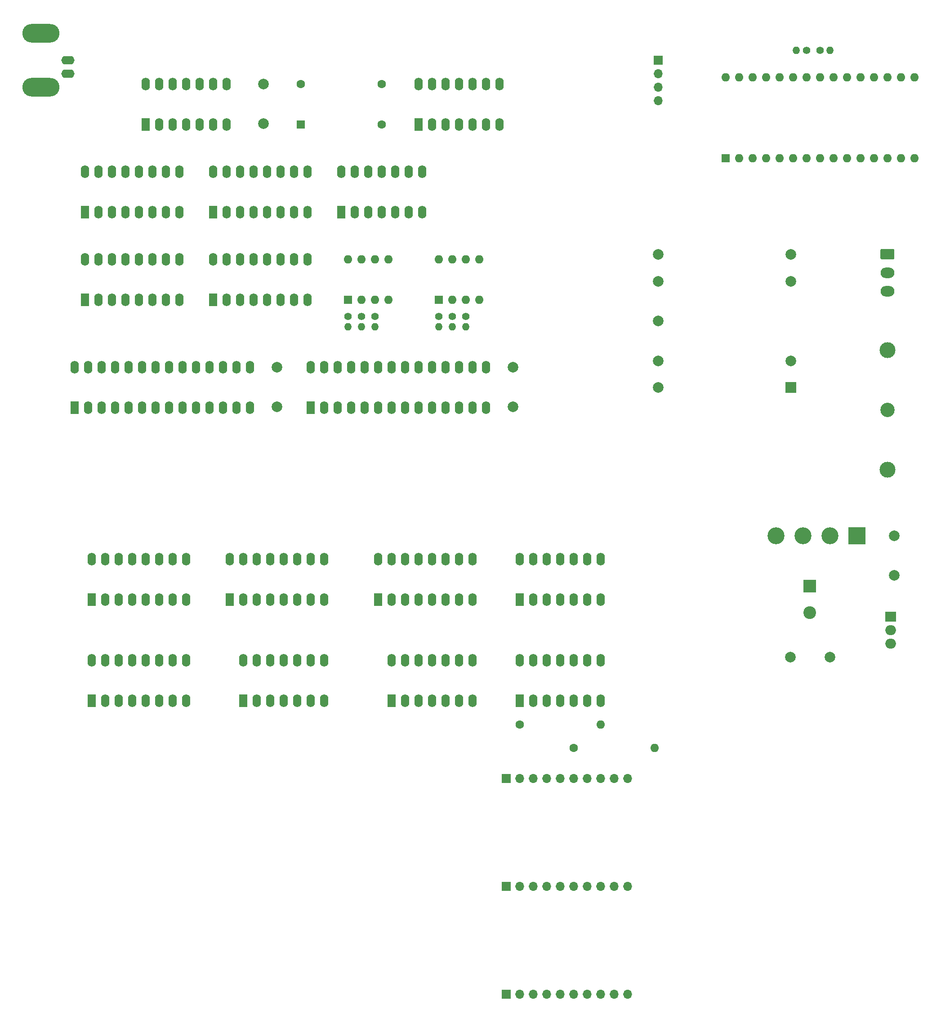
<source format=gbr>
%TF.GenerationSoftware,KiCad,Pcbnew,(5.1.9)-1*%
%TF.CreationDate,2021-06-05T23:20:17+02:00*%
%TF.ProjectId,Hauptplatine,48617570-7470-46c6-9174-696e652e6b69,rev?*%
%TF.SameCoordinates,Original*%
%TF.FileFunction,Soldermask,Bot*%
%TF.FilePolarity,Negative*%
%FSLAX46Y46*%
G04 Gerber Fmt 4.6, Leading zero omitted, Abs format (unit mm)*
G04 Created by KiCad (PCBNEW (5.1.9)-1) date 2021-06-05 23:20:17*
%MOMM*%
%LPD*%
G01*
G04 APERTURE LIST*
%ADD10O,1.600000X1.600000*%
%ADD11C,1.600000*%
%ADD12O,1.600000X2.400000*%
%ADD13R,1.600000X2.400000*%
%ADD14R,1.600000X1.600000*%
%ADD15O,1.400000X1.400000*%
%ADD16C,1.400000*%
%ADD17C,2.000000*%
%ADD18R,2.000000X2.000000*%
%ADD19O,2.500000X1.600000*%
%ADD20O,7.000000X3.500000*%
%ADD21O,1.700000X1.700000*%
%ADD22R,1.700000X1.700000*%
%ADD23O,2.600000X2.000000*%
%ADD24O,2.000000X1.905000*%
%ADD25R,2.000000X1.905000*%
%ADD26C,2.700000*%
%ADD27C,3.000000*%
%ADD28R,3.200000X3.200000*%
%ADD29C,3.200000*%
%ADD30C,2.400000*%
%ADD31R,2.400000X2.400000*%
G04 APERTURE END LIST*
D10*
%TO.C,R1*%
X130175000Y-138430000D03*
D11*
X114935000Y-138430000D03*
%TD*%
D12*
%TO.C,IC26*%
X44450000Y-17780000D03*
X59690000Y-25400000D03*
X46990000Y-17780000D03*
X57150000Y-25400000D03*
X49530000Y-17780000D03*
X54610000Y-25400000D03*
X52070000Y-17780000D03*
X52070000Y-25400000D03*
X54610000Y-17780000D03*
X49530000Y-25400000D03*
X57150000Y-17780000D03*
X46990000Y-25400000D03*
X59690000Y-17780000D03*
D13*
X44450000Y-25400000D03*
%TD*%
D12*
%TO.C,IC9*%
X114935000Y-126365000D03*
X130175000Y-133985000D03*
X117475000Y-126365000D03*
X127635000Y-133985000D03*
X120015000Y-126365000D03*
X125095000Y-133985000D03*
X122555000Y-126365000D03*
X122555000Y-133985000D03*
X125095000Y-126365000D03*
X120015000Y-133985000D03*
X127635000Y-126365000D03*
X117475000Y-133985000D03*
X130175000Y-126365000D03*
D13*
X114935000Y-133985000D03*
%TD*%
D10*
%TO.C,IC12*%
X189230000Y-16510000D03*
X189230000Y-31750000D03*
X153670000Y-16510000D03*
X186690000Y-31750000D03*
X156210000Y-16510000D03*
X184150000Y-31750000D03*
X158750000Y-16510000D03*
X181610000Y-31750000D03*
X161290000Y-16510000D03*
X179070000Y-31750000D03*
X163830000Y-16510000D03*
X176530000Y-31750000D03*
X166370000Y-16510000D03*
X173990000Y-31750000D03*
X168910000Y-16510000D03*
X171450000Y-31750000D03*
X171450000Y-16510000D03*
X168910000Y-31750000D03*
X173990000Y-16510000D03*
X166370000Y-31750000D03*
X176530000Y-16510000D03*
X163830000Y-31750000D03*
X179070000Y-16510000D03*
X161290000Y-31750000D03*
X181610000Y-16510000D03*
X158750000Y-31750000D03*
X184150000Y-16510000D03*
X156210000Y-31750000D03*
X186690000Y-16510000D03*
D14*
X153670000Y-31750000D03*
%TD*%
D12*
%TO.C,IC25*%
X81280000Y-34290000D03*
X96520000Y-41910000D03*
X83820000Y-34290000D03*
X93980000Y-41910000D03*
X86360000Y-34290000D03*
X91440000Y-41910000D03*
X88900000Y-34290000D03*
X88900000Y-41910000D03*
X91440000Y-34290000D03*
X86360000Y-41910000D03*
X93980000Y-34290000D03*
X83820000Y-41910000D03*
X96520000Y-34290000D03*
D13*
X81280000Y-41910000D03*
%TD*%
D12*
%TO.C,IC10*%
X90805000Y-126365000D03*
X106045000Y-133985000D03*
X93345000Y-126365000D03*
X103505000Y-133985000D03*
X95885000Y-126365000D03*
X100965000Y-133985000D03*
X98425000Y-126365000D03*
X98425000Y-133985000D03*
X100965000Y-126365000D03*
X95885000Y-133985000D03*
X103505000Y-126365000D03*
X93345000Y-133985000D03*
X106045000Y-126365000D03*
D13*
X90805000Y-133985000D03*
%TD*%
D12*
%TO.C,IC8*%
X114935000Y-107315000D03*
X130175000Y-114935000D03*
X117475000Y-107315000D03*
X127635000Y-114935000D03*
X120015000Y-107315000D03*
X125095000Y-114935000D03*
X122555000Y-107315000D03*
X122555000Y-114935000D03*
X125095000Y-107315000D03*
X120015000Y-114935000D03*
X127635000Y-107315000D03*
X117475000Y-114935000D03*
X130175000Y-107315000D03*
D13*
X114935000Y-114935000D03*
%TD*%
D12*
%TO.C,IC7*%
X34290000Y-126365000D03*
X52070000Y-133985000D03*
X36830000Y-126365000D03*
X49530000Y-133985000D03*
X39370000Y-126365000D03*
X46990000Y-133985000D03*
X41910000Y-126365000D03*
X44450000Y-133985000D03*
X44450000Y-126365000D03*
X41910000Y-133985000D03*
X46990000Y-126365000D03*
X39370000Y-133985000D03*
X49530000Y-126365000D03*
X36830000Y-133985000D03*
X52070000Y-126365000D03*
D13*
X34290000Y-133985000D03*
%TD*%
D12*
%TO.C,IC6*%
X62865000Y-126365000D03*
X78105000Y-133985000D03*
X65405000Y-126365000D03*
X75565000Y-133985000D03*
X67945000Y-126365000D03*
X73025000Y-133985000D03*
X70485000Y-126365000D03*
X70485000Y-133985000D03*
X73025000Y-126365000D03*
X67945000Y-133985000D03*
X75565000Y-126365000D03*
X65405000Y-133985000D03*
X78105000Y-126365000D03*
D13*
X62865000Y-133985000D03*
%TD*%
D12*
%TO.C,IC3*%
X34290000Y-107315000D03*
X52070000Y-114935000D03*
X36830000Y-107315000D03*
X49530000Y-114935000D03*
X39370000Y-107315000D03*
X46990000Y-114935000D03*
X41910000Y-107315000D03*
X44450000Y-114935000D03*
X44450000Y-107315000D03*
X41910000Y-114935000D03*
X46990000Y-107315000D03*
X39370000Y-114935000D03*
X49530000Y-107315000D03*
X36830000Y-114935000D03*
X52070000Y-107315000D03*
D13*
X34290000Y-114935000D03*
%TD*%
D10*
%TO.C,R2*%
X140335000Y-142875000D03*
D11*
X125095000Y-142875000D03*
%TD*%
%TO.C,IC27*%
X88900000Y-25400000D03*
X88900000Y-17780000D03*
X73660000Y-17780000D03*
D14*
X73660000Y-25400000D03*
%TD*%
D12*
%TO.C,IC20*%
X95885000Y-17780000D03*
X111125000Y-25400000D03*
X98425000Y-17780000D03*
X108585000Y-25400000D03*
X100965000Y-17780000D03*
X106045000Y-25400000D03*
X103505000Y-17780000D03*
X103505000Y-25400000D03*
X106045000Y-17780000D03*
X100965000Y-25400000D03*
X108585000Y-17780000D03*
X98425000Y-25400000D03*
X111125000Y-17780000D03*
D13*
X95885000Y-25400000D03*
%TD*%
D12*
%TO.C,IC24*%
X57150000Y-50800000D03*
X74930000Y-58420000D03*
X59690000Y-50800000D03*
X72390000Y-58420000D03*
X62230000Y-50800000D03*
X69850000Y-58420000D03*
X64770000Y-50800000D03*
X67310000Y-58420000D03*
X67310000Y-50800000D03*
X64770000Y-58420000D03*
X69850000Y-50800000D03*
X62230000Y-58420000D03*
X72390000Y-50800000D03*
X59690000Y-58420000D03*
X74930000Y-50800000D03*
D13*
X57150000Y-58420000D03*
%TD*%
D10*
%TO.C,SW2*%
X82550000Y-50800000D03*
X90170000Y-58420000D03*
X85090000Y-50800000D03*
X87630000Y-58420000D03*
X87630000Y-50800000D03*
X85090000Y-58420000D03*
X90170000Y-50800000D03*
D14*
X82550000Y-58420000D03*
%TD*%
D10*
%TO.C,SW1*%
X99695000Y-50800000D03*
X107315000Y-58420000D03*
X102235000Y-50800000D03*
X104775000Y-58420000D03*
X104775000Y-50800000D03*
X102235000Y-58420000D03*
X107315000Y-50800000D03*
D14*
X99695000Y-58420000D03*
%TD*%
D15*
%TO.C,R10*%
X87630000Y-63495000D03*
D16*
X87630000Y-61595000D03*
%TD*%
D15*
%TO.C,R9*%
X104775000Y-63500000D03*
D16*
X104775000Y-61600000D03*
%TD*%
D15*
%TO.C,R8*%
X85090000Y-63500000D03*
D16*
X85090000Y-61600000D03*
%TD*%
D15*
%TO.C,R7*%
X102235000Y-63500000D03*
D16*
X102235000Y-61600000D03*
%TD*%
D15*
%TO.C,R6*%
X82550000Y-63495000D03*
D16*
X82550000Y-61595000D03*
%TD*%
D15*
%TO.C,R5*%
X99695000Y-63500000D03*
D16*
X99695000Y-61600000D03*
%TD*%
D15*
%TO.C,R4*%
X167010000Y-11430000D03*
D16*
X168910000Y-11430000D03*
%TD*%
D15*
%TO.C,R3*%
X173350000Y-11430000D03*
D16*
X171450000Y-11430000D03*
%TD*%
D17*
%TO.C,C27*%
X66675000Y-25280000D03*
X66675000Y-17780000D03*
%TD*%
%TO.C,C5*%
X113665000Y-78620000D03*
X113665000Y-71120000D03*
%TD*%
%TO.C,C4*%
X69215000Y-78620000D03*
X69215000Y-71120000D03*
%TD*%
%TO.C,TR1*%
X140989000Y-74930000D03*
X140989000Y-69930000D03*
X140989000Y-62430000D03*
X140989000Y-54930000D03*
X140989000Y-49930000D03*
X165989000Y-49930000D03*
X165989000Y-54930000D03*
X165989000Y-69930000D03*
D18*
X165989000Y-74930000D03*
%TD*%
D19*
%TO.C,J3*%
X29845000Y-15875000D03*
X29845000Y-13335000D03*
D20*
X24765000Y-8255000D03*
X24765000Y-18415000D03*
%TD*%
D12*
%TO.C,IC4*%
X75565000Y-71120000D03*
X108585000Y-78740000D03*
X78105000Y-71120000D03*
X106045000Y-78740000D03*
X80645000Y-71120000D03*
X103505000Y-78740000D03*
X83185000Y-71120000D03*
X100965000Y-78740000D03*
X85725000Y-71120000D03*
X98425000Y-78740000D03*
X88265000Y-71120000D03*
X95885000Y-78740000D03*
X90805000Y-71120000D03*
X93345000Y-78740000D03*
X93345000Y-71120000D03*
X90805000Y-78740000D03*
X95885000Y-71120000D03*
X88265000Y-78740000D03*
X98425000Y-71120000D03*
X85725000Y-78740000D03*
X100965000Y-71120000D03*
X83185000Y-78740000D03*
X103505000Y-71120000D03*
X80645000Y-78740000D03*
X106045000Y-71120000D03*
X78105000Y-78740000D03*
X108585000Y-71120000D03*
D13*
X75565000Y-78740000D03*
%TD*%
D12*
%TO.C,IC1*%
X88265000Y-107315000D03*
X106045000Y-114935000D03*
X90805000Y-107315000D03*
X103505000Y-114935000D03*
X93345000Y-107315000D03*
X100965000Y-114935000D03*
X95885000Y-107315000D03*
X98425000Y-114935000D03*
X98425000Y-107315000D03*
X95885000Y-114935000D03*
X100965000Y-107315000D03*
X93345000Y-114935000D03*
X103505000Y-107315000D03*
X90805000Y-114935000D03*
X106045000Y-107315000D03*
D13*
X88265000Y-114935000D03*
%TD*%
D12*
%TO.C,IC2*%
X60325000Y-107315000D03*
X78105000Y-114935000D03*
X62865000Y-107315000D03*
X75565000Y-114935000D03*
X65405000Y-107315000D03*
X73025000Y-114935000D03*
X67945000Y-107315000D03*
X70485000Y-114935000D03*
X70485000Y-107315000D03*
X67945000Y-114935000D03*
X73025000Y-107315000D03*
X65405000Y-114935000D03*
X75565000Y-107315000D03*
X62865000Y-114935000D03*
X78105000Y-107315000D03*
D13*
X60325000Y-114935000D03*
%TD*%
D12*
%TO.C,IC22*%
X33020000Y-34290000D03*
X50800000Y-41910000D03*
X35560000Y-34290000D03*
X48260000Y-41910000D03*
X38100000Y-34290000D03*
X45720000Y-41910000D03*
X40640000Y-34290000D03*
X43180000Y-41910000D03*
X43180000Y-34290000D03*
X40640000Y-41910000D03*
X45720000Y-34290000D03*
X38100000Y-41910000D03*
X48260000Y-34290000D03*
X35560000Y-41910000D03*
X50800000Y-34290000D03*
D13*
X33020000Y-41910000D03*
%TD*%
D12*
%TO.C,IC5*%
X31115000Y-71120000D03*
X64135000Y-78740000D03*
X33655000Y-71120000D03*
X61595000Y-78740000D03*
X36195000Y-71120000D03*
X59055000Y-78740000D03*
X38735000Y-71120000D03*
X56515000Y-78740000D03*
X41275000Y-71120000D03*
X53975000Y-78740000D03*
X43815000Y-71120000D03*
X51435000Y-78740000D03*
X46355000Y-71120000D03*
X48895000Y-78740000D03*
X48895000Y-71120000D03*
X46355000Y-78740000D03*
X51435000Y-71120000D03*
X43815000Y-78740000D03*
X53975000Y-71120000D03*
X41275000Y-78740000D03*
X56515000Y-71120000D03*
X38735000Y-78740000D03*
X59055000Y-71120000D03*
X36195000Y-78740000D03*
X61595000Y-71120000D03*
X33655000Y-78740000D03*
X64135000Y-71120000D03*
D13*
X31115000Y-78740000D03*
%TD*%
D21*
%TO.C,SV5*%
X140970000Y-20955000D03*
X140970000Y-18415000D03*
X140970000Y-15875000D03*
D22*
X140970000Y-13335000D03*
%TD*%
D12*
%TO.C,IC23*%
X33020000Y-50800000D03*
X50800000Y-58420000D03*
X35560000Y-50800000D03*
X48260000Y-58420000D03*
X38100000Y-50800000D03*
X45720000Y-58420000D03*
X40640000Y-50800000D03*
X43180000Y-58420000D03*
X43180000Y-50800000D03*
X40640000Y-58420000D03*
X45720000Y-50800000D03*
X38100000Y-58420000D03*
X48260000Y-50800000D03*
X35560000Y-58420000D03*
X50800000Y-50800000D03*
D13*
X33020000Y-58420000D03*
%TD*%
D12*
%TO.C,IC21*%
X57150000Y-34290000D03*
X74930000Y-41910000D03*
X59690000Y-34290000D03*
X72390000Y-41910000D03*
X62230000Y-34290000D03*
X69850000Y-41910000D03*
X64770000Y-34290000D03*
X67310000Y-41910000D03*
X67310000Y-34290000D03*
X64770000Y-41910000D03*
X69850000Y-34290000D03*
X62230000Y-41910000D03*
X72390000Y-34290000D03*
X59690000Y-41910000D03*
X74930000Y-34290000D03*
D13*
X57150000Y-41910000D03*
%TD*%
D23*
%TO.C,J1*%
X184150000Y-56840000D03*
X184150000Y-53340000D03*
G36*
G01*
X183100000Y-48840000D02*
X185200000Y-48840000D01*
G75*
G02*
X185450000Y-49090000I0J-250000D01*
G01*
X185450000Y-50590000D01*
G75*
G02*
X185200000Y-50840000I-250000J0D01*
G01*
X183100000Y-50840000D01*
G75*
G02*
X182850000Y-50590000I0J250000D01*
G01*
X182850000Y-49090000D01*
G75*
G02*
X183100000Y-48840000I250000J0D01*
G01*
G37*
%TD*%
D24*
%TO.C,U1*%
X184785000Y-123190000D03*
X184785000Y-120650000D03*
D25*
X184785000Y-118110000D03*
%TD*%
D26*
%TO.C,F1*%
X184150000Y-79195000D03*
D27*
X184150000Y-90445000D03*
X184150000Y-67945000D03*
%TD*%
D28*
%TO.C,D1*%
X178435000Y-102870000D03*
D29*
X173355000Y-102870000D03*
X168275000Y-102870000D03*
X163195000Y-102870000D03*
%TD*%
D17*
%TO.C,C12*%
X165855000Y-125730000D03*
X173355000Y-125730000D03*
%TD*%
%TO.C,C14*%
X185420000Y-110370000D03*
X185420000Y-102870000D03*
%TD*%
D30*
%TO.C,C30*%
X169545000Y-117395000D03*
D31*
X169545000Y-112395000D03*
%TD*%
D21*
%TO.C,SV4*%
X135255000Y-189230000D03*
X132715000Y-189230000D03*
X130175000Y-189230000D03*
X127635000Y-189230000D03*
X125095000Y-189230000D03*
X122555000Y-189230000D03*
X120015000Y-189230000D03*
X117475000Y-189230000D03*
X114935000Y-189230000D03*
D22*
X112395000Y-189230000D03*
%TD*%
D21*
%TO.C,SV3*%
X135255000Y-168910000D03*
X132715000Y-168910000D03*
X130175000Y-168910000D03*
X127635000Y-168910000D03*
X125095000Y-168910000D03*
X122555000Y-168910000D03*
X120015000Y-168910000D03*
X117475000Y-168910000D03*
X114935000Y-168910000D03*
D22*
X112395000Y-168910000D03*
%TD*%
D21*
%TO.C,SV2*%
X135255000Y-148590000D03*
X132715000Y-148590000D03*
X130175000Y-148590000D03*
X127635000Y-148590000D03*
X125095000Y-148590000D03*
X122555000Y-148590000D03*
X120015000Y-148590000D03*
X117475000Y-148590000D03*
X114935000Y-148590000D03*
D22*
X112395000Y-148590000D03*
%TD*%
M02*

</source>
